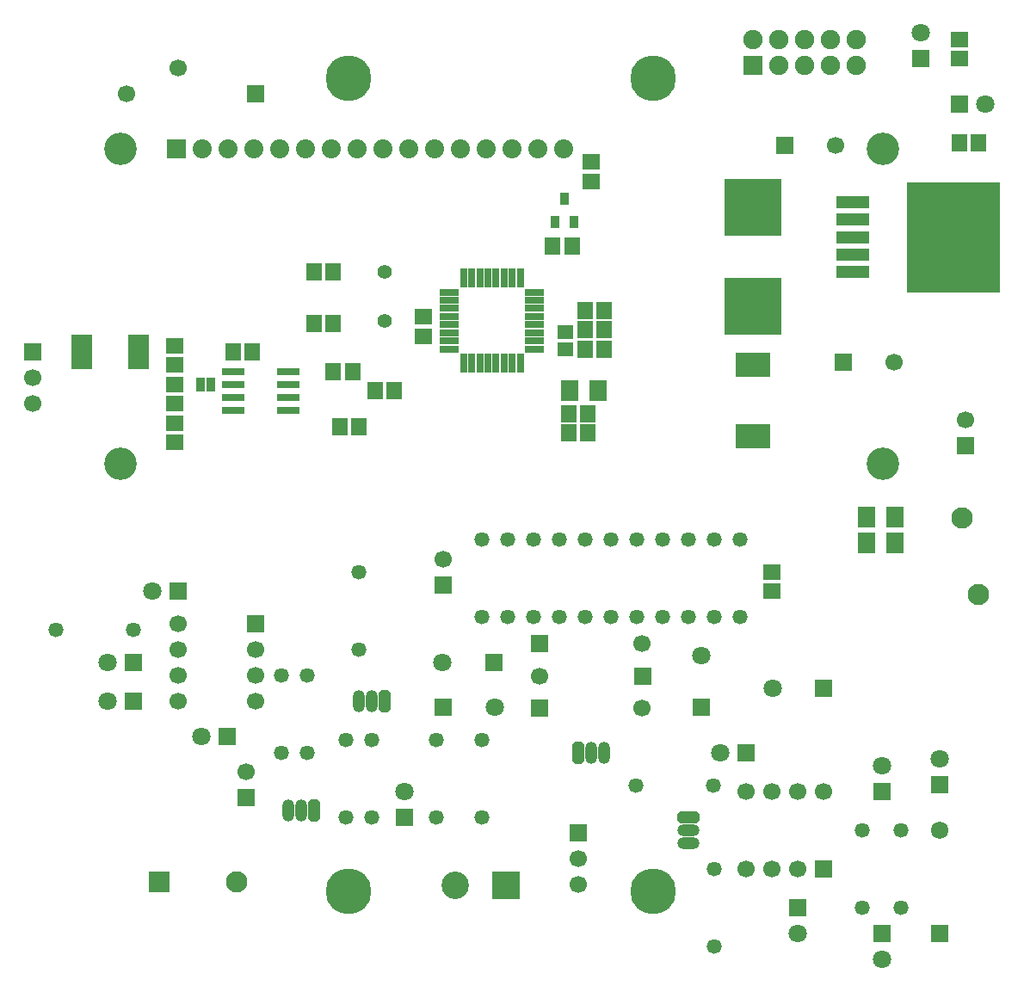
<source format=gbs>
G04 DipTrace 3.0.0.2*
G04 BottomSoldermask.gbs*
%MOIN*%
G04 #@! TF.FileFunction,Soldermask,Bot*
G04 #@! TF.Part,Single*
%AMOUTLINE1*
4,1,8,
-0.023622,0.031158,
-0.011473,0.043307,
0.011473,0.043307,
0.023622,0.031158,
0.023622,-0.031158,
0.011473,-0.043307,
-0.011473,-0.043307,
-0.023622,-0.031158,
-0.023622,0.031158,
0*%
%AMOUTLINE4*
4,1,8,
0.031158,0.023622,
0.043307,0.011473,
0.043307,-0.011473,
0.031158,-0.023622,
-0.031158,-0.023622,
-0.043307,-0.011473,
-0.043307,0.011473,
-0.031158,0.023622,
0.031158,0.023622,
0*%
%AMOUTLINE7*
4,1,8,
0.023622,-0.031158,
0.011473,-0.043307,
-0.011473,-0.043307,
-0.023622,-0.031158,
-0.023622,0.031158,
-0.011473,0.043307,
0.011473,0.043307,
0.023622,0.031158,
0.023622,-0.031158,
0*%
%ADD25R,0.066929X0.066929*%
%ADD30C,0.066929*%
%ADD36R,0.074803X0.074803*%
%ADD37C,0.074803*%
%ADD55C,0.125984*%
%ADD56C,0.177165*%
%ADD70C,0.055874*%
%ADD72R,0.027559X0.074803*%
%ADD74R,0.074803X0.027559*%
%ADD76R,0.086614X0.031496*%
%ADD78R,0.362205X0.425197*%
%ADD80R,0.125984X0.047244*%
%ADD82R,0.07874X0.133858*%
%ADD84C,0.057874*%
%ADD86C,0.057874*%
%ADD88R,0.033465X0.049213*%
%ADD90O,0.086614X0.047244*%
%ADD92O,0.047244X0.086614*%
%ADD94C,0.082677*%
%ADD95R,0.082677X0.082677*%
%ADD96R,0.064961X0.055118*%
%ADD98R,0.220472X0.220472*%
%ADD100C,0.070866*%
%ADD102C,0.067874*%
%ADD104R,0.067874X0.067874*%
%ADD106R,0.032874X0.057874*%
%ADD108C,0.106299*%
%ADD110R,0.106299X0.106299*%
%ADD112C,0.073874*%
%ADD114R,0.070866X0.07874*%
%ADD116R,0.13189X0.094488*%
%ADD120R,0.059055X0.066929*%
%ADD122R,0.066929X0.059055*%
%ADD124C,0.070866*%
%ADD126R,0.070866X0.070866*%
%ADD132OUTLINE1*%
%ADD135OUTLINE4*%
%ADD138OUTLINE7*%
%FSLAX26Y26*%
G04*
G70*
G90*
G75*
G01*
G04 BotMask*
%LPD*%
D126*
X3838130Y623125D3*
D124*
Y523125D3*
D126*
Y1173125D3*
D124*
Y1273125D3*
X4063130Y1298125D3*
D126*
Y1198125D3*
D124*
X3513130Y623123D3*
D126*
Y723123D3*
D124*
X3213130Y1323125D3*
D126*
X3313130D3*
D124*
X3138130Y1698125D3*
D126*
Y1498125D3*
D124*
X2136555Y1671550D3*
D126*
X2336555D3*
D124*
X2338130Y1498125D3*
D126*
X2138130D3*
D124*
X1988130Y1173125D3*
D126*
Y1073125D3*
X4137205Y3837205D3*
D124*
X4237205D3*
D126*
X3987205Y4012205D3*
D124*
Y4112205D3*
D122*
X4137205Y4012205D3*
Y4087008D3*
D120*
Y3687205D3*
X4212008D3*
D124*
X838130Y1673125D3*
D126*
X938130D3*
D124*
X838130Y1523125D3*
D126*
X938130D3*
D124*
X1013130Y1948123D3*
D126*
X1113130D3*
D124*
X1200630Y1385625D3*
D126*
X1300630D3*
D25*
X3687205Y2837205D3*
D30*
X3884055D3*
D25*
X3462205Y3674705D3*
D30*
X3659055D3*
D120*
X1324705Y2874705D3*
X1399508D3*
X2687205Y3037205D3*
X2762008D3*
D122*
X2062205Y3012205D3*
Y2937402D3*
D120*
X1712205Y2987205D3*
X1637402D3*
X1712205Y3187205D3*
X1637402D3*
X2624705Y2562205D3*
X2699508D3*
X2687205Y2887205D3*
X2762008D3*
D122*
X3413130Y2023125D3*
Y1948322D3*
D25*
X2511555Y1496549D3*
D30*
X2909193D3*
D25*
X2910374Y1620369D3*
D30*
X2512736D3*
D25*
X2510374Y1745369D3*
D30*
X2908012D3*
X1375630Y1248123D3*
D25*
Y1148123D3*
D116*
X3337205Y2824705D3*
Y2549114D3*
D114*
X2737205Y2724705D3*
X2626969D3*
D36*
X1106188Y3662205D3*
D112*
X1206188D3*
X1306188D3*
X1406188D3*
X1506188D3*
X1606188D3*
X1706188D3*
X1806188D3*
X1906188D3*
X2006188D3*
X2106188D3*
X2206188D3*
X2306188D3*
X2406188D3*
X2506188D3*
X2606188D3*
D55*
X889646Y2441741D3*
X3842402D3*
X889646Y3662214D3*
X3842402D3*
D110*
X2382028Y809049D3*
D108*
X2185177D3*
D106*
X1237205Y2749705D3*
X1199714D3*
D25*
X4162205Y2512205D3*
D30*
Y2612205D3*
D36*
X3337205Y3987205D3*
D37*
Y4087205D3*
X3437205Y3987205D3*
Y4087205D3*
X3537205Y3987205D3*
Y4087205D3*
X3637205Y3987205D3*
Y4087205D3*
X3737205Y3987205D3*
Y4087205D3*
D25*
X2138130Y1973125D3*
D30*
Y2073125D3*
D25*
X549705Y2874705D3*
D30*
Y2774705D3*
Y2674705D3*
D104*
X4063130Y623123D3*
D102*
Y1023123D3*
D126*
X3613130Y1573125D3*
D100*
X3416280D3*
D98*
X3337205Y3437205D3*
Y3051378D3*
D96*
X2612205Y2887205D3*
Y2954134D3*
D95*
X1038130Y823123D3*
D94*
X1337343D3*
D132*
X2661555Y1321549D3*
D92*
X2711555D3*
X2761555D3*
D135*
X3088130Y1073123D3*
D90*
Y1023123D3*
Y973123D3*
D138*
X1913130Y1523123D3*
D92*
X1863130D3*
X1813130D3*
D138*
X1638130Y1098125D3*
D92*
X1588130D3*
X1538130D3*
D88*
X2644882Y3379331D3*
X2570079D3*
X2607480Y3469882D3*
D86*
X3913130Y1023123D3*
D84*
Y723123D3*
D86*
X3763130Y1023123D3*
D84*
Y723123D3*
D86*
X2886555Y1196549D3*
D84*
X3186555D3*
D25*
X2662205Y1012205D3*
D30*
Y912205D3*
Y812205D3*
D86*
X3188130Y573123D3*
D84*
Y873123D3*
D86*
X2288130Y1073125D3*
D84*
Y1373125D3*
D86*
X2113130Y1073125D3*
D84*
Y1373125D3*
D86*
X1863130D3*
D84*
Y1073125D3*
D86*
X1763130D3*
D84*
Y1373125D3*
D86*
X1813130Y1723125D3*
D84*
Y2023125D3*
D86*
X638130Y1798125D3*
D84*
X938130D3*
D86*
X1613130Y1323125D3*
D84*
Y1623125D3*
D86*
X1513130D3*
D84*
Y1323125D3*
D114*
X3776969Y2237205D3*
X3887205D3*
X3776969Y2137205D3*
X3887205D3*
D122*
X1099705Y2599705D3*
Y2524902D3*
D120*
X1712205Y2799705D3*
X1787008D3*
X1812205Y2587205D3*
X1737402D3*
X1874705Y2724705D3*
X1949508D3*
D122*
X1099705Y2674705D3*
Y2749508D3*
Y2899705D3*
Y2824902D3*
D120*
X2624705Y2637205D3*
X2699508D3*
X2762205Y2962205D3*
X2687402D3*
D25*
X1412205Y3874705D3*
D30*
X1112205Y3974705D3*
X912205Y3874705D3*
D122*
X2712205Y3537205D3*
Y3612008D3*
D120*
X2562205Y3287205D3*
X2637008D3*
D86*
X2288130Y2148125D3*
D84*
Y1848125D3*
D86*
X2388130Y2148125D3*
D84*
Y1848125D3*
D86*
X2488130Y2148125D3*
D84*
Y1848125D3*
D86*
X2588130Y2148125D3*
D84*
Y1848125D3*
D86*
X2688130Y2148125D3*
D84*
Y1848125D3*
D94*
X4212205Y1937205D3*
X4149213Y2232480D3*
D86*
X2788130Y2148125D3*
D84*
Y1848125D3*
D86*
X2888130Y2148125D3*
D84*
Y1848125D3*
D86*
X2988130Y2148125D3*
D84*
Y1848125D3*
D86*
X3088130Y2148125D3*
D84*
Y1848125D3*
D86*
X3188130Y2148125D3*
D84*
Y1848125D3*
D86*
X3288130Y2148125D3*
D84*
Y1848125D3*
D82*
X737205Y2874705D3*
X957677D3*
D25*
X3613130Y873123D3*
D30*
X3513130D3*
X3413130D3*
X3313130D3*
Y1173123D3*
X3413130D3*
X3513130D3*
X3613130D3*
D25*
X1413130Y1823125D3*
D30*
Y1723125D3*
Y1623125D3*
Y1523125D3*
X1113130D3*
Y1623125D3*
Y1723125D3*
Y1823125D3*
D80*
X3724705Y3187205D3*
Y3254134D3*
Y3321063D3*
Y3387992D3*
Y3454921D3*
D78*
X4114469Y3321063D3*
D76*
X1537205Y2799705D3*
Y2749705D3*
Y2699705D3*
Y2649705D3*
X1324606D3*
Y2699705D3*
Y2749705D3*
Y2799705D3*
D74*
X2162205Y2887205D3*
Y2918701D3*
Y2950197D3*
Y2981693D3*
Y3013189D3*
Y3044685D3*
Y3076181D3*
Y3107677D3*
D72*
X2217323Y3162795D3*
X2248819D3*
X2280315D3*
X2311811D3*
X2343307D3*
X2374803D3*
X2406299D3*
X2437795D3*
D74*
X2492913Y3107677D3*
Y3076181D3*
Y3044685D3*
Y3013189D3*
Y2981693D3*
Y2950197D3*
Y2918701D3*
Y2887205D3*
D72*
X2437795Y2832087D3*
X2406299D3*
X2374803D3*
X2343307D3*
X2311811D3*
X2280315D3*
X2248819D3*
X2217323D3*
D70*
X1912205Y3187205D3*
Y2997205D3*
D56*
X2952756Y3937008D3*
Y787402D3*
X1771654D3*
Y3937008D3*
M02*

</source>
